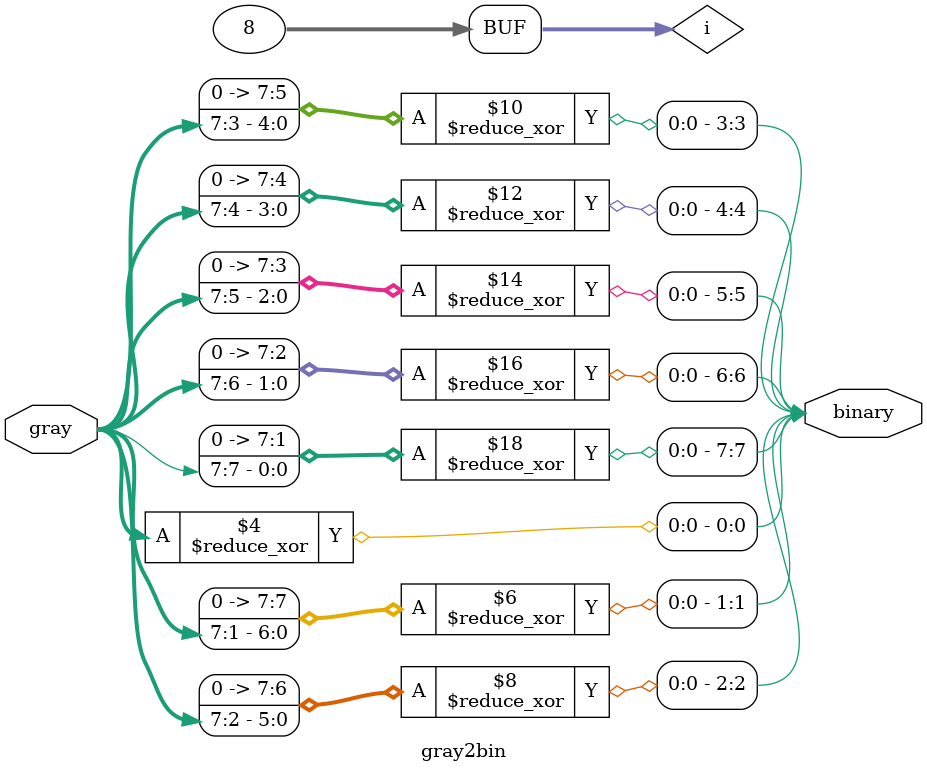
<source format=sv>
`timescale 1ns / 1ps
`default_nettype none

module gray2bin
    #(
        parameter BINARY_WIDTH = 8
    )
    (
        output reg [BINARY_WIDTH - 1: 0] binary,
        input wire [BINARY_WIDTH - 1: 0] gray
    );

    integer i;

    always_comb begin
        for(i = 0; i < BINARY_WIDTH; i++) begin
            binary[i] <= ^(gray >> i);
        end
    end

endmodule 
    

</source>
